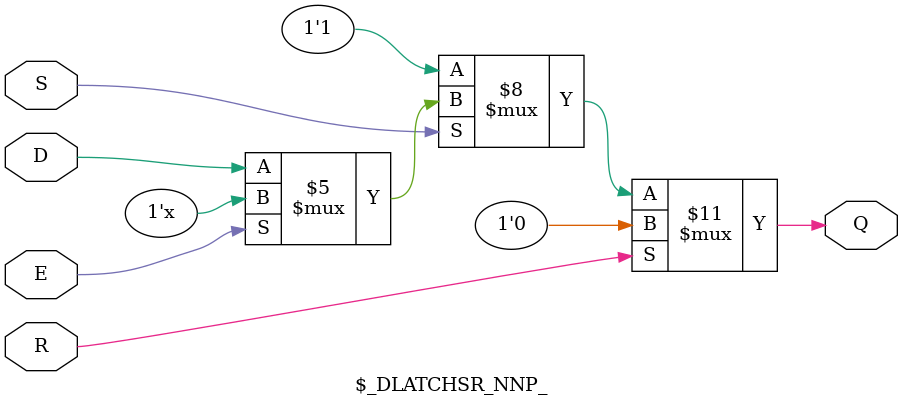
<source format=v>
module \$_DLATCHSR_NNP_ (E, S, R, D, Q);
input E, S, R, D;
output reg Q;
always @* begin
	if (R == 1)
		Q <= 0;
	else if (S == 0)
		Q <= 1;
	else if (E == 0)
		Q <= D;
end
endmodule

</source>
